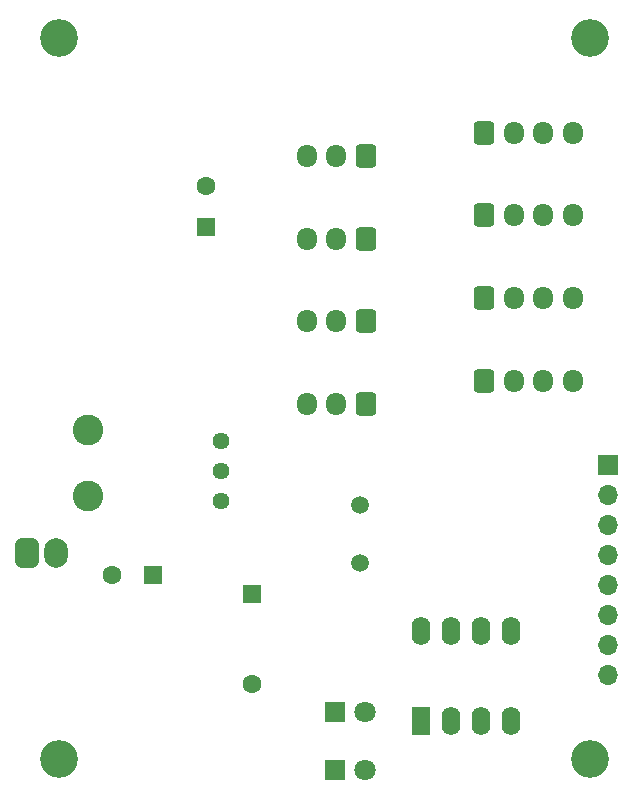
<source format=gbr>
%TF.GenerationSoftware,KiCad,Pcbnew,8.0.0-8.0.0-1~ubuntu20.04.1*%
%TF.CreationDate,2024-04-10T23:06:07+05:00*%
%TF.ProjectId,GammaAnomalain,47616d6d-6141-46e6-9f6d-616c61696e2e,rev?*%
%TF.SameCoordinates,Original*%
%TF.FileFunction,Soldermask,Bot*%
%TF.FilePolarity,Negative*%
%FSLAX46Y46*%
G04 Gerber Fmt 4.6, Leading zero omitted, Abs format (unit mm)*
G04 Created by KiCad (PCBNEW 8.0.0-8.0.0-1~ubuntu20.04.1) date 2024-04-10 23:06:07*
%MOMM*%
%LPD*%
G01*
G04 APERTURE LIST*
G04 Aperture macros list*
%AMRoundRect*
0 Rectangle with rounded corners*
0 $1 Rounding radius*
0 $2 $3 $4 $5 $6 $7 $8 $9 X,Y pos of 4 corners*
0 Add a 4 corners polygon primitive as box body*
4,1,4,$2,$3,$4,$5,$6,$7,$8,$9,$2,$3,0*
0 Add four circle primitives for the rounded corners*
1,1,$1+$1,$2,$3*
1,1,$1+$1,$4,$5*
1,1,$1+$1,$6,$7*
1,1,$1+$1,$8,$9*
0 Add four rect primitives between the rounded corners*
20,1,$1+$1,$2,$3,$4,$5,0*
20,1,$1+$1,$4,$5,$6,$7,0*
20,1,$1+$1,$6,$7,$8,$9,0*
20,1,$1+$1,$8,$9,$2,$3,0*%
G04 Aperture macros list end*
%ADD10R,1.600000X1.600000*%
%ADD11C,1.600000*%
%ADD12C,1.500000*%
%ADD13RoundRect,0.250000X0.600000X0.725000X-0.600000X0.725000X-0.600000X-0.725000X0.600000X-0.725000X0*%
%ADD14O,1.700000X1.950000*%
%ADD15RoundRect,0.250000X-0.600000X-0.725000X0.600000X-0.725000X0.600000X0.725000X-0.600000X0.725000X0*%
%ADD16C,2.600000*%
%ADD17C,3.200000*%
%ADD18R,1.600000X2.400000*%
%ADD19O,1.600000X2.400000*%
%ADD20R,1.800000X1.800000*%
%ADD21C,1.800000*%
%ADD22C,1.440000*%
%ADD23RoundRect,0.500000X0.500000X-0.750000X0.500000X0.750000X-0.500000X0.750000X-0.500000X-0.750000X0*%
%ADD24O,2.000000X2.500000*%
%ADD25R,1.700000X1.700000*%
%ADD26O,1.700000X1.700000*%
G04 APERTURE END LIST*
D10*
%TO.C,C4*%
X112000000Y-99500000D03*
D11*
X108500000Y-99500000D03*
%TD*%
D12*
%TO.C,Y1*%
X129500000Y-93550000D03*
X129500000Y-98430000D03*
%TD*%
D13*
%TO.C,J4*%
X130000000Y-64000000D03*
D14*
X127500000Y-64000000D03*
X125000000Y-64000000D03*
%TD*%
D15*
%TO.C,J7*%
X140000000Y-76000000D03*
D14*
X142500000Y-76000000D03*
X145000000Y-76000000D03*
X147500000Y-76000000D03*
%TD*%
D15*
%TO.C,J6*%
X140000000Y-69000000D03*
D14*
X142500000Y-69000000D03*
X145000000Y-69000000D03*
X147500000Y-69000000D03*
%TD*%
D16*
%TO.C,L1*%
X106500000Y-92800000D03*
X106500000Y-87200000D03*
%TD*%
D17*
%TO.C,H2*%
X149000000Y-54000000D03*
%TD*%
%TO.C,H4*%
X149000000Y-115000000D03*
%TD*%
D18*
%TO.C,U4*%
X134700000Y-111825000D03*
D19*
X137240000Y-111825000D03*
X139780000Y-111825000D03*
X142320000Y-111825000D03*
X142320000Y-104205000D03*
X139780000Y-104205000D03*
X137240000Y-104205000D03*
X134700000Y-104205000D03*
%TD*%
D15*
%TO.C,J5*%
X140000000Y-62000000D03*
D14*
X142500000Y-62000000D03*
X145000000Y-62000000D03*
X147500000Y-62000000D03*
%TD*%
D10*
%TO.C,C5*%
X116500000Y-70000000D03*
D11*
X116500000Y-66500000D03*
%TD*%
D13*
%TO.C,J1*%
X130000000Y-85000000D03*
D14*
X127500000Y-85000000D03*
X125000000Y-85000000D03*
%TD*%
D20*
%TO.C,D2*%
X127425000Y-111100000D03*
D21*
X129965000Y-111100000D03*
%TD*%
D13*
%TO.C,J3*%
X130000000Y-71000000D03*
D14*
X127500000Y-71000000D03*
X125000000Y-71000000D03*
%TD*%
D13*
%TO.C,J2*%
X130000000Y-78000000D03*
D14*
X127500000Y-78000000D03*
X125000000Y-78000000D03*
%TD*%
D20*
%TO.C,D3*%
X127425000Y-116000000D03*
D21*
X129965000Y-116000000D03*
%TD*%
D10*
%TO.C,BZ1*%
X120400000Y-101100000D03*
D11*
X120400000Y-108700000D03*
%TD*%
D17*
%TO.C,H1*%
X104000000Y-54000000D03*
%TD*%
D15*
%TO.C,J11*%
X140000000Y-83000000D03*
D14*
X142500000Y-83000000D03*
X145000000Y-83000000D03*
X147500000Y-83000000D03*
%TD*%
D22*
%TO.C,RV1*%
X117700000Y-88100000D03*
X117700000Y-90640000D03*
X117700000Y-93180000D03*
%TD*%
D23*
%TO.C,J9*%
X101300000Y-97600000D03*
D24*
X103800000Y-97600000D03*
%TD*%
D17*
%TO.C,H3*%
X104000000Y-115000000D03*
%TD*%
D25*
%TO.C,J8*%
X150500000Y-90125000D03*
D26*
X150500000Y-92665000D03*
X150500000Y-95205000D03*
X150500000Y-97745000D03*
X150500000Y-100285000D03*
X150500000Y-102825000D03*
X150500000Y-105365000D03*
X150500000Y-107905000D03*
%TD*%
M02*

</source>
